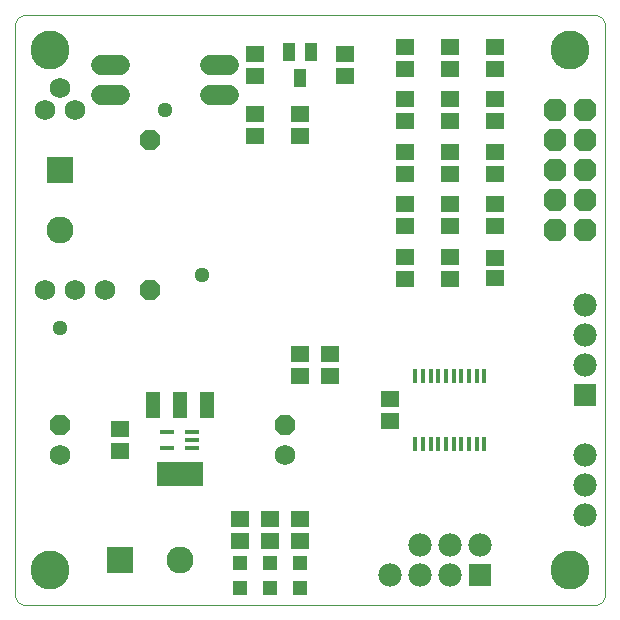
<source format=gts>
G75*
G70*
%OFA0B0*%
%FSLAX24Y24*%
%IPPOS*%
%LPD*%
%AMOC8*
5,1,8,0,0,1.08239X$1,22.5*
%
%ADD10C,0.0000*%
%ADD11C,0.1300*%
%ADD12C,0.0512*%
%ADD13R,0.0158X0.0512*%
%ADD14R,0.0631X0.0552*%
%ADD15R,0.0512X0.0512*%
%ADD16R,0.1540X0.0800*%
%ADD17R,0.0460X0.0900*%
%ADD18R,0.0780X0.0780*%
%ADD19C,0.0780*%
%ADD20C,0.0680*%
%ADD21R,0.0900X0.0900*%
%ADD22C,0.0900*%
%ADD23OC8,0.0680*%
%ADD24OC8,0.0760*%
%ADD25R,0.0500X0.0180*%
%ADD26C,0.0680*%
%ADD27R,0.0434X0.0591*%
%ADD28C,0.0690*%
D10*
X000160Y000554D02*
X000160Y019451D01*
X000162Y019490D01*
X000168Y019528D01*
X000177Y019565D01*
X000190Y019602D01*
X000207Y019637D01*
X000226Y019670D01*
X000249Y019701D01*
X000275Y019730D01*
X000304Y019756D01*
X000335Y019779D01*
X000368Y019798D01*
X000403Y019815D01*
X000440Y019828D01*
X000477Y019837D01*
X000515Y019843D01*
X000554Y019845D01*
X019451Y019845D01*
X019490Y019843D01*
X019528Y019837D01*
X019565Y019828D01*
X019602Y019815D01*
X019637Y019798D01*
X019670Y019779D01*
X019701Y019756D01*
X019730Y019730D01*
X019756Y019701D01*
X019779Y019670D01*
X019798Y019637D01*
X019815Y019602D01*
X019828Y019565D01*
X019837Y019528D01*
X019843Y019490D01*
X019845Y019451D01*
X019845Y000554D01*
X019843Y000515D01*
X019837Y000477D01*
X019828Y000440D01*
X019815Y000403D01*
X019798Y000368D01*
X019779Y000335D01*
X019756Y000304D01*
X019730Y000275D01*
X019701Y000249D01*
X019670Y000226D01*
X019637Y000207D01*
X019602Y000190D01*
X019565Y000177D01*
X019528Y000168D01*
X019490Y000162D01*
X019451Y000160D01*
X000554Y000160D01*
X000515Y000162D01*
X000477Y000168D01*
X000440Y000177D01*
X000403Y000190D01*
X000368Y000207D01*
X000335Y000226D01*
X000304Y000249D01*
X000275Y000275D01*
X000249Y000304D01*
X000226Y000335D01*
X000207Y000368D01*
X000190Y000403D01*
X000177Y000440D01*
X000168Y000477D01*
X000162Y000515D01*
X000160Y000554D01*
D11*
X001341Y001341D03*
X001341Y018664D03*
X018664Y018664D03*
X018664Y001341D03*
D12*
X006410Y011160D03*
X001660Y009410D03*
X005160Y016660D03*
D13*
X013508Y007802D03*
X013764Y007802D03*
X014020Y007802D03*
X014276Y007802D03*
X014532Y007802D03*
X014788Y007802D03*
X015044Y007802D03*
X015300Y007802D03*
X015556Y007802D03*
X015812Y007802D03*
X015812Y005518D03*
X015556Y005518D03*
X015300Y005518D03*
X015044Y005518D03*
X014788Y005518D03*
X014532Y005518D03*
X014276Y005518D03*
X014020Y005518D03*
X013764Y005518D03*
X013508Y005518D03*
D14*
X012660Y006286D03*
X012660Y007034D03*
X010660Y007786D03*
X010660Y008534D03*
X009660Y008534D03*
X009660Y007786D03*
X013160Y011036D03*
X013160Y011784D03*
X013160Y012786D03*
X013160Y013534D03*
X013160Y014536D03*
X013160Y015284D03*
X013160Y016286D03*
X013160Y017034D03*
X013160Y018036D03*
X013160Y018784D03*
X014660Y018784D03*
X014660Y018036D03*
X014660Y017034D03*
X014660Y016286D03*
X014660Y015284D03*
X014660Y014536D03*
X014660Y013534D03*
X014660Y012786D03*
X014660Y011784D03*
X014660Y011036D03*
X016160Y011075D03*
X016160Y011745D03*
X016160Y012786D03*
X016160Y013534D03*
X016160Y014536D03*
X016160Y015284D03*
X016160Y016286D03*
X016160Y017034D03*
X016160Y018036D03*
X016160Y018784D03*
X011160Y018534D03*
X011160Y017786D03*
X009660Y016534D03*
X009660Y015786D03*
X008160Y015786D03*
X008160Y016534D03*
X008160Y017786D03*
X008160Y018534D03*
X003660Y006034D03*
X003660Y005286D03*
X007660Y003034D03*
X007660Y002286D03*
X008660Y002286D03*
X008660Y003034D03*
X009660Y003034D03*
X009660Y002286D03*
D15*
X009660Y001573D03*
X009660Y000747D03*
X008660Y000747D03*
X008660Y001573D03*
X007660Y001573D03*
X007660Y000747D03*
D16*
X005660Y004518D03*
D17*
X005660Y006841D03*
X006566Y006841D03*
X004754Y006841D03*
D18*
X015660Y001160D03*
X019160Y007160D03*
D19*
X019160Y008160D03*
X019160Y009160D03*
X019160Y010160D03*
X019160Y005160D03*
X019160Y004160D03*
X019160Y003160D03*
X015660Y002160D03*
X014660Y002160D03*
X014660Y001160D03*
X013660Y001160D03*
X013660Y002160D03*
X012660Y001160D03*
D20*
X007300Y017160D02*
X006660Y017160D01*
X006660Y018160D02*
X007300Y018160D01*
X003660Y018160D02*
X003020Y018160D01*
X003020Y017160D02*
X003660Y017160D01*
D21*
X001660Y014660D03*
X003660Y001660D03*
D22*
X005660Y001660D03*
X001660Y012660D03*
D23*
X004660Y010660D03*
X001660Y006160D03*
X009160Y006160D03*
X004660Y015660D03*
D24*
X018160Y015660D03*
X018160Y014660D03*
X018160Y013660D03*
X018160Y012660D03*
X019160Y012660D03*
X019160Y013660D03*
X019160Y014660D03*
X019160Y015660D03*
X019160Y016660D03*
X018160Y016660D03*
D25*
X006070Y005920D03*
X006070Y005660D03*
X006070Y005400D03*
X005250Y005400D03*
X005250Y005920D03*
D26*
X001660Y005160D03*
X009160Y005160D03*
D27*
X009660Y017727D03*
X009286Y018593D03*
X010034Y018593D03*
D28*
X003160Y010660D03*
X002160Y010660D03*
X001160Y010660D03*
X001160Y016660D03*
X001660Y017410D03*
X002160Y016660D03*
M02*

</source>
